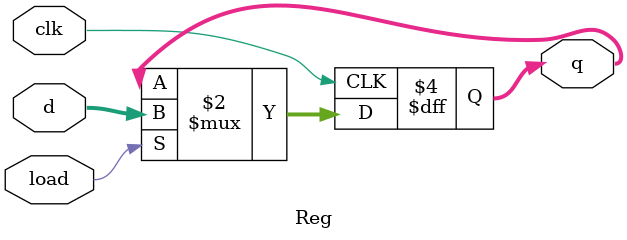
<source format=v>
`default_nettype none
module Reg #(parameter WIDTH=16) (
   input wire clk, load,
   input wire [WIDTH-1:0] d,
   output reg [WIDTH-1:0] q);

always @(posedge clk)
   if (load)
      q <= d;

endmodule

</source>
